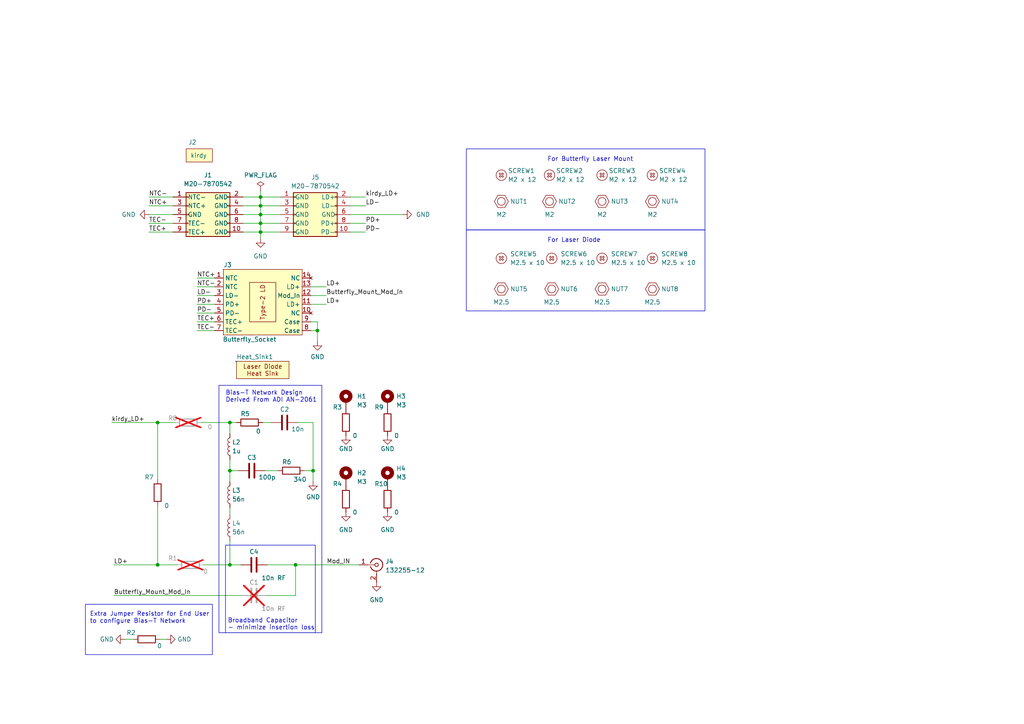
<source format=kicad_sch>
(kicad_sch (version 20230121) (generator eeschema)
  (paper "A4")
  (title_block (title "kirdy_adapter_type_2_LD") (date "2023-11-14") (rev "rev0_1") (company "M-Labs Limited"))
  (lib_symbols
    (symbol "Connector:Conn_Coaxial" (pin_names (offset 1.016) hide)
      (property "Reference" "J" (at 0.254 3.048 0))
      (property "Value" "Conn_Coaxial" (at 2.921 0 90))
      (symbol "Conn_Coaxial_0_1"
        (arc (start -1.778 -0.508) (mid 0.2311 -1.8066) (end 1.778 0) (stroke (width 0.254)))
        (polyline (pts (xy -2.54 0) (xy -0.508 0)))
        (polyline (pts (xy 0 -2.54) (xy 0 -1.778)))
        (circle (center 0 0) (radius 0.508) (stroke (width 0.2032)))
        (arc (start 1.778 0) (mid 0.2099 1.8101) (end -1.778 0.508) (stroke (width 0.254)))
      )
      (symbol "Conn_Coaxial_1_1"
        (pin passive line (at -5.08 0 0) (length 2.54) (name "In") (number "1"))
        (pin passive line (at 0 -5.08 90) (length 2.54) (name "Ext") (number "2"))
      )
    )
    (symbol "Device:C" (pin_numbers hide) (pin_names (offset 0.254))
      (property "Reference" "C" (at 0.635 2.54 0))
      (property "Value" "C" (at 0.635 -2.54 0))
      (symbol "C_0_1"
        (polyline (pts (xy -2.032 -0.762) (xy 2.032 -0.762)) (stroke (width 0.508)))
        (polyline (pts (xy -2.032 0.762) (xy 2.032 0.762)) (stroke (width 0.508)))
      )
      (symbol "C_1_1"
        (pin passive line (at 0 3.81 270) (length 2.794) (name "~") (number "1"))
        (pin passive line (at 0 -3.81 90) (length 2.794) (name "~") (number "2"))
      )
    )
    (symbol "Device:L" (pin_numbers hide) (pin_names (offset 1.016) hide)
      (property "Reference" "L" (at -1.27 0 90))
      (property "Value" "L" (at 1.905 0 90))
      (symbol "L_0_1"
        (arc (start 0 -2.54) (mid 0.6323 -1.905) (end 0 -1.27))
        (arc (start 0 -1.27) (mid 0.6323 -0.635) (end 0 0))
        (arc (start 0 0) (mid 0.6323 0.635) (end 0 1.27))
        (arc (start 0 1.27) (mid 0.6323 1.905) (end 0 2.54))
      )
      (symbol "L_1_1"
        (pin passive line (at 0 3.81 270) (length 1.27) (name "1") (number "1"))
        (pin passive line (at 0 -3.81 90) (length 1.27) (name "2") (number "2"))
      )
    )
    (symbol "Device:R" (pin_numbers hide) (pin_names (offset 0))
      (property "Reference" "R" (at 2.032 0 90))
      (property "Value" "R" (at 0 0 90))
      (symbol "R_0_1"
        (rectangle (start -1.016 -2.54) (end 1.016 2.54) (stroke (width 0.254)))
      )
      (symbol "R_1_1"
        (pin passive line (at 0 3.81 270) (length 1.27) (name "~") (number "1"))
        (pin passive line (at 0 -3.81 90) (length 1.27) (name "~") (number "2"))
      )
    )
    (symbol "Mechanical:MountingHole_Pad" (pin_numbers hide) (pin_names (offset 1.016) hide)
      (property "Reference" "H" (at 0 6.35 0))
      (property "Value" "MountingHole_Pad" (at 0 4.445 0))
      (symbol "MountingHole_Pad_0_1"
        (circle (center 0 1.27) (radius 1.27) (stroke (width 1.27)))
      )
      (symbol "MountingHole_Pad_1_1"
        (pin input line (at 0 -2.54 90) (length 2.54) (name "1") (number "1"))
      )
    )
    (symbol "kirdy_adapter:Copper_Plate_Heat_Sink"
      (property "Reference" "Heat_Sink" (at 4.826 1.27 0))
      (symbol "Copper_Plate_Heat_Sink_1_1"
        (rectangle (start 0 0) (end 15.24 -5.08) (fill (type background)))
        (text "Laser Diode\nHeat Sink" (at 7.62 -2.54 0) (effects (font (size 1.27 1.27))))
      )
    )
    (symbol "kirdy_adapter:Nut" (on_board no)
      (property "Reference" "NUT" (at 0.508 2.794 0))
      (symbol "Nut_0_1"
        (polyline (pts (xy -1.016 1.778) (xy 1.016 1.778) (xy 2.032 0) (xy 1.016 -1.778) (xy -1.016 -1.778) (xy -2.032 0) (xy -1.016 1.778)))
        (circle (center 0 0) (radius 1.1359))
      )
    )
    (symbol "kirdy_adapter:Screw" (on_board no)
      (property "Reference" "SCREW" (at 3.048 2.54 0))
      (symbol "Screw_0_1"
        (polyline (pts (xy -0.254 0) (xy -0.635 -0.381) (xy -0.381 -0.635) (xy 0 -0.254)))
        (polyline (pts (xy 0 -0.254) (xy 0.381 -0.635) (xy 0.635 -0.381) (xy 0.254 0)))
        (polyline (pts (xy 0 0.254) (xy -0.381 0.635) (xy -0.635 0.381) (xy -0.254 0)))
        (polyline (pts (xy 0.254 0) (xy 0.635 0.381) (xy 0.381 0.635) (xy 0 0.254)))
        (circle (center 0 0) (radius 1.524))
      )
    )
    (symbol "kirdy_adapter:butterfly_socket_type_2"
      (property "Reference" "J" (at 1.27 1.27 0))
      (property "Value" "Butterfly_Socket" (at 7.62 -20.32 0))
      (symbol "butterfly_socket_type_2_1_1"
        (rectangle (start 0 0) (end 22.86 -19.05) (fill (type background)))
        (rectangle (start 7.62 -3.81) (end 15.24 -15.24))
        (text "Type-2 LD" (at 11.43 -9.525 900) (effects (font (size 1.27 1.27))))
        (pin input line (at -2.54 -2.54 0) (length 2.54) (name "NTC") (number "1"))
        (pin no_connect line (at 25.4 -12.7 180) (length 2.54) (name "NC") (number "10"))
        (pin passive line (at 25.4 -10.16 180) (length 2.54) (name "LD+") (number "11"))
        (pin passive line (at 25.4 -7.62 180) (length 2.54) (name "Mod_In") (number "12"))
        (pin passive line (at 25.4 -5.08 180) (length 2.54) (name "LD+") (number "13"))
        (pin no_connect line (at 25.4 -2.54 180) (length 2.54) (name "NC") (number "14"))
        (pin input line (at -2.54 -5.08 0) (length 2.54) (name "NTC") (number "2"))
        (pin input line (at -2.54 -7.62 0) (length 2.54) (name "LD-") (number "3"))
        (pin input line (at -2.54 -10.16 0) (length 2.54) (name "PD+") (number "4"))
        (pin input line (at -2.54 -12.7 0) (length 2.54) (name "PD-") (number "5"))
        (pin passive line (at -2.54 -15.24 0) (length 2.54) (name "TEC+") (number "6"))
        (pin passive line (at -2.54 -17.78 0) (length 2.54) (name "TEC-") (number "7"))
        (pin passive line (at 25.4 -17.78 180) (length 2.54) (name "Case") (number "8"))
        (pin passive line (at 25.4 -15.24 180) (length 2.54) (name "Case") (number "9"))
      )
    )
    (symbol "kirdy_adapter:kirdy_3d_model"
      (property "Reference" "J" (at 1.27 1.27 0))
      (property "Value" "kirdy" (at 3.81 -1.905 0))
      (symbol "kirdy_3d_model_1_1"
        (rectangle (start 0 0) (end 7.62 -3.81) (fill (type background)))
      )
    )
    (symbol "kirdy_adapter:kirdy_socket_1"
      (property "Reference" "J" (at 5.08 2.54 0))
      (property "Value" "BG120-10-A-0-N-D" (at 10.16 -12.7 0))
      (symbol "kirdy_socket_1_1_1"
        (rectangle (start 3.81 -10.033) (end 4.445 -10.287) (stroke (width 0.1524)))
        (rectangle (start 3.81 -7.493) (end 4.445 -7.747) (stroke (width 0.1524)))
        (rectangle (start 3.81 -4.953) (end 4.445 -5.207) (stroke (width 0.1524)))
        (rectangle (start 3.81 -2.413) (end 4.445 -2.667) (stroke (width 0.1524)))
        (rectangle (start 3.81 0.127) (end 4.445 -0.127) (stroke (width 0.1524)))
        (rectangle (start 3.81 1.27) (end 16.51 -11.43) (stroke (width 0.254)) (fill (type background)))
        (rectangle (start 15.875 -10.033) (end 16.51 -10.287) (stroke (width 0.1524)))
        (rectangle (start 15.875 -7.493) (end 16.51 -7.747) (stroke (width 0.1524)))
        (rectangle (start 15.875 -4.953) (end 16.51 -5.207) (stroke (width 0.1524)))
        (rectangle (start 15.875 -2.413) (end 16.51 -2.667) (stroke (width 0.1524)))
        (rectangle (start 15.875 0.127) (end 16.51 -0.127) (stroke (width 0.1524)))
        (pin passive line (at 0 0 0) (length 3.81) (name "NTC-") (number "1"))
        (pin passive line (at 20.32 -10.16 180) (length 3.81) (name "GND") (number "10"))
        (pin passive line (at 20.32 0 180) (length 3.81) (name "GND") (number "2"))
        (pin passive line (at 0 -2.54 0) (length 3.81) (name "NTC+") (number "3"))
        (pin passive line (at 20.32 -2.54 180) (length 3.81) (name "GND") (number "4"))
        (pin passive line (at 0 -5.08 0) (length 3.81) (name "GND") (number "5"))
        (pin passive line (at 20.32 -5.08 180) (length 3.81) (name "GND") (number "6"))
        (pin passive line (at 0 -7.62 0) (length 3.81) (name "TEC-") (number "7"))
        (pin passive line (at 20.32 -7.62 180) (length 3.81) (name "GND") (number "8"))
        (pin passive line (at 0 -10.16 0) (length 3.81) (name "TEC+") (number "9"))
      )
    )
    (symbol "kirdy_adapter:kirdy_socket_2"
      (property "Reference" "J" (at 5.08 2.54 0))
      (property "Value" "BG120-10-A-0-N-D" (at 10.16 -12.7 0))
      (symbol "kirdy_socket_2_1_1"
        (rectangle (start 3.81 -10.033) (end 4.445 -10.287) (stroke (width 0.1524)))
        (rectangle (start 3.81 -7.493) (end 4.445 -7.747) (stroke (width 0.1524)))
        (rectangle (start 3.81 -4.953) (end 4.445 -5.207) (stroke (width 0.1524)))
        (rectangle (start 3.81 -2.413) (end 4.445 -2.667) (stroke (width 0.1524)))
        (rectangle (start 3.81 0.127) (end 4.445 -0.127) (stroke (width 0.1524)))
        (rectangle (start 3.81 1.27) (end 16.51 -11.43) (stroke (width 0.254)) (fill (type background)))
        (rectangle (start 15.875 -10.033) (end 16.51 -10.287) (stroke (width 0.1524)))
        (rectangle (start 15.875 -7.493) (end 16.51 -7.747) (stroke (width 0.1524)))
        (rectangle (start 15.875 -4.953) (end 16.51 -5.207) (stroke (width 0.1524)))
        (rectangle (start 15.875 -2.413) (end 16.51 -2.667) (stroke (width 0.1524)))
        (rectangle (start 15.875 0.127) (end 16.51 -0.127) (stroke (width 0.1524)))
        (pin passive line (at 0 0 0) (length 3.81) (name "GND") (number "1"))
        (pin passive line (at 20.32 -10.16 180) (length 3.81) (name "PD-") (number "10"))
        (pin passive line (at 20.32 0 180) (length 3.81) (name "LD+") (number "2"))
        (pin passive line (at 0 -2.54 0) (length 3.81) (name "GND") (number "3"))
        (pin passive line (at 20.32 -2.54 180) (length 3.81) (name "LD-") (number "4"))
        (pin passive line (at 0 -5.08 0) (length 3.81) (name "GND") (number "5"))
        (pin passive line (at 20.32 -5.08 180) (length 3.81) (name "GND") (number "6"))
        (pin passive line (at 0 -7.62 0) (length 3.81) (name "GND") (number "7"))
        (pin passive line (at 20.32 -7.62 180) (length 3.81) (name "PD+") (number "8"))
        (pin passive line (at 0 -10.16 0) (length 3.81) (name "GND") (number "9"))
      )
    )
    (symbol "power:GND" (power) (pin_names (offset 0))
      (property "Value" "GND" (at 0 -3.81 0))
      (symbol "GND_0_1"
        (polyline (pts (xy 0 0) (xy 0 -1.27) (xy 1.27 -1.27) (xy 0 -2.54) (xy -1.27 -1.27) (xy 0 -1.27)))
      )
      (symbol "GND_1_1"
        (pin power_in line (at 0 0 270) (length 0) hide (name "GND") (number "1"))
      )
    )
    (symbol "power:PWR_FLAG" (power) (pin_numbers hide) (pin_names (offset 0) hide)
      (property "Value" "PWR_FLAG" (at 0 3.81 0))
      (symbol "PWR_FLAG_0_0"
        (pin power_out line (at 0 0 90) (length 0) (name "pwr") (number "1"))
      )
      (symbol "PWR_FLAG_0_1"
        (polyline (pts (xy 0 0) (xy 0 1.27) (xy -1.016 1.905) (xy 0 2.54) (xy 1.016 1.905) (xy 0 1.27)))
      )
    )
  )
  (junction (at 45.72 163.83))
  (junction (at 75.565 59.69))
  (junction (at 75.565 62.23))
  (junction (at 66.675 122.555))
  (junction (at 85.725 163.83))
  (junction (at 66.675 163.83))
  (junction (at 66.675 136.525))
  (junction (at 75.565 57.15))
  (junction (at 45.72 122.555))
  (junction (at 75.565 67.31))
  (junction (at 75.565 64.77))
  (junction (at 90.805 136.525))
  (junction (at 92.075 95.885))
  (wire (pts (xy 57.15 90.805) (xy 62.23 90.805)))
  (wire (pts (xy 45.72 163.83) (xy 51.435 163.83)))
  (wire (pts (xy 57.15 95.885) (xy 62.23 95.885)))
  (wire (pts (xy 75.565 67.31) (xy 81.28 67.31)))
  (wire (pts (xy 66.675 136.525) (xy 66.675 139.7)))
  (wire (pts (xy 75.565 67.31) (xy 70.485 67.31)))
  (wire (pts (xy 75.565 59.69) (xy 75.565 62.23)))
  (wire (pts (xy 66.675 147.32) (xy 66.675 149.225)))
  (wire (pts (xy 92.075 95.885) (xy 92.075 99.06)))
  (wire (pts (xy 33.02 172.72) (xy 69.85 172.72)))
  (wire (pts (xy 43.18 59.69) (xy 50.165 59.69)))
  (wire (pts (xy 75.565 62.23) (xy 75.565 64.77)))
  (wire (pts (xy 57.15 85.725) (xy 62.23 85.725)))
  (wire (pts (xy 86.36 122.555) (xy 90.805 122.555)))
  (wire (pts (xy 94.615 88.265) (xy 90.17 88.265)))
  (wire (pts (xy 106.045 57.15) (xy 101.6 57.15)))
  (wire (pts (xy 92.075 93.345) (xy 90.17 93.345)))
  (wire (pts (xy 66.675 156.845) (xy 66.675 163.83)))
  (wire (pts (xy 45.72 122.555) (xy 50.8 122.555)))
  (wire (pts (xy 48.26 185.42) (xy 46.355 185.42)))
  (wire (pts (xy 57.15 80.645) (xy 62.23 80.645)))
  (wire (pts (xy 77.47 163.83) (xy 85.725 163.83)))
  (wire (pts (xy 66.675 163.83) (xy 69.85 163.83)))
  (wire (pts (xy 85.725 172.72) (xy 85.725 163.83)))
  (wire (pts (xy 45.72 139.065) (xy 45.72 122.555)))
  (wire (pts (xy 94.615 83.185) (xy 90.17 83.185)))
  (wire (pts (xy 76.2 122.555) (xy 78.74 122.555)))
  (wire (pts (xy 75.565 59.69) (xy 81.28 59.69)))
  (wire (pts (xy 75.565 57.15) (xy 81.28 57.15)))
  (wire (pts (xy 116.84 62.23) (xy 101.6 62.23)))
  (wire (pts (xy 75.565 57.15) (xy 75.565 59.69)))
  (wire (pts (xy 75.565 69.215) (xy 75.565 67.31)))
  (wire (pts (xy 92.075 93.345) (xy 92.075 95.885)))
  (wire (pts (xy 106.045 64.77) (xy 101.6 64.77)))
  (wire (pts (xy 88.265 136.525) (xy 90.805 136.525)))
  (wire (pts (xy 75.565 55.245) (xy 75.565 57.15)))
  (wire (pts (xy 70.485 62.23) (xy 75.565 62.23)))
  (wire (pts (xy 57.15 83.185) (xy 62.23 83.185)))
  (wire (pts (xy 85.725 163.83) (xy 104.14 163.83)))
  (wire (pts (xy 106.045 67.31) (xy 101.6 67.31)))
  (wire (pts (xy 36.195 185.42) (xy 38.735 185.42)))
  (wire (pts (xy 69.215 136.525) (xy 66.675 136.525)))
  (wire (pts (xy 43.18 64.77) (xy 50.165 64.77)))
  (wire (pts (xy 94.615 85.725) (xy 90.17 85.725)))
  (wire (pts (xy 32.385 122.555) (xy 45.72 122.555)))
  (wire (pts (xy 43.18 62.23) (xy 50.165 62.23)))
  (wire (pts (xy 106.045 59.69) (xy 101.6 59.69)))
  (wire (pts (xy 45.72 146.685) (xy 45.72 163.83)))
  (wire (pts (xy 90.805 136.525) (xy 90.805 139.7)))
  (wire (pts (xy 70.485 57.15) (xy 75.565 57.15)))
  (wire (pts (xy 77.47 172.72) (xy 85.725 172.72)))
  (wire (pts (xy 58.42 122.555) (xy 66.675 122.555)))
  (wire (pts (xy 92.075 95.885) (xy 90.17 95.885)))
  (wire (pts (xy 90.805 122.555) (xy 90.805 136.525)))
  (wire (pts (xy 76.835 136.525) (xy 80.645 136.525)))
  (wire (pts (xy 59.055 163.83) (xy 66.675 163.83)))
  (wire (pts (xy 50.165 57.15) (xy 43.18 57.15)))
  (wire (pts (xy 57.15 93.345) (xy 62.23 93.345)))
  (wire (pts (xy 70.485 64.77) (xy 75.565 64.77)))
  (wire (pts (xy 57.15 88.265) (xy 62.23 88.265)))
  (wire (pts (xy 66.675 122.555) (xy 68.58 122.555)))
  (wire (pts (xy 43.18 67.31) (xy 50.165 67.31)))
  (wire (pts (xy 75.565 64.77) (xy 81.28 64.77)))
  (wire (pts (xy 66.675 122.555) (xy 66.675 125.73)))
  (wire (pts (xy 33.02 163.83) (xy 45.72 163.83)))
  (wire (pts (xy 75.565 62.23) (xy 81.28 62.23)))
  (wire (pts (xy 66.675 133.35) (xy 66.675 136.525)))
  (wire (pts (xy 70.485 59.69) (xy 75.565 59.69)))
  (wire (pts (xy 75.565 64.77) (xy 75.565 67.31)))
  (rectangle (start 65.405 158.115) (end 91.44 183.515))
  (rectangle (start 135.255 43.18) (end 204.47 66.675))
  (rectangle (start 63.5 111.76) (end 93.345 183.515))
  (rectangle (start 135.255 66.675) (end 204.47 90.17))
  (rectangle (start 24.765 175.26) (end 61.595 189.865))
  (text "Bias-T Network Design\nDerived From ADI AN-2061" (at 65.405 116.84 0) (effects (font (size 1.27 1.27)) (justify left bottom)))
  (text "Broadband Capacitor\n- minimize insertion loss" (at 66.04 182.88 0) (effects (font (size 1.27 1.27)) (justify left bottom)))
  (text "For Butterfly Laser Mount" (at 158.75 46.99 0) (effects (font (size 1.27 1.27)) (justify left bottom)))
  (text "For Laser Diode" (at 158.75 70.485 0) (effects (font (size 1.27 1.27)) (justify left bottom)))
  (text "Extra Jumper Resistor for End User\nto configure Bias-T Network" (at 26.035 180.975 0) (effects (font (size 1.27 1.27)) (justify left bottom)))
  (label "LD-" (at 57.15 85.725 0))
  (label "TEC+" (at 43.18 67.31 0))
  (label "PD+" (at 106.045 64.77 0))
  (label "PD+" (at 57.15 88.265 0))
  (label "LD+" (at 94.615 88.265 0))
  (label "TEC-" (at 43.18 64.77 0))
  (label "kirdy_LD+" (at 32.385 122.555 0))
  (label "TEC+" (at 57.15 93.345 0))
  (label "Butterfly_Mount_Mod_In" (at 94.615 85.725 0))
  (label "Butterfly_Mount_Mod_In" (at 33.02 172.72 0))
  (label "LD+" (at 94.615 83.185 0))
  (label "NTC+" (at 43.18 59.69 0))
  (label "NTC-" (at 57.15 83.185 0))
  (label "Mod_IN" (at 101.6 163.83 180))
  (label "PD-" (at 106.045 67.31 0))
  (label "kirdy_LD+" (at 106.045 57.15 0))
  (label "NTC-" (at 43.18 57.15 0))
  (label "LD+" (at 33.02 163.83 0))
  (label "TEC-" (at 57.15 95.885 0))
  (label "PD-" (at 57.15 90.805 0))
  (label "LD-" (at 106.045 59.69 0))
  (label "NTC+" (at 57.15 80.645 0))
  (symbol (lib_id "kirdy_adapter:Nut") (at 159.385 58.42 0) (unit 1) (on_board no)
    (property "Reference" "NUT2" (at 161.925 58.42 0) (effects (justify left)))
    (property "Value" "M2" (at 159.385 62.23 0))
    (property "MFR_PN" "EMLA-S1W-BL1-M2" (effects hide))
    (property "MFR_PN_ALT" "1419445" (effects hide))
    (property "Comment" "https://jlcmc.com/product/s/E04/EMLA/hex-nut-standard-thin-thickened-coarse-fine-thread" (effects hide))
  )
  (symbol (lib_id "Device:C") (at 73.66 172.72 90) (unit 1) (dnp yes)
    (property "Reference" "C1" (at 73.66 168.91 90))
    (property "Value" "10n RF" (at 79.375 176.53 90))
    (property "Footprint" "Capacitor_SMD:C_0402_1005Metric" (effects hide))
    (property "MFR_PN" "560L104YTRB" (effects hide))
  )
  (symbol (lib_id "power:GND") (at 100.33 126.365 0) (unit 1)
    (property "Reference" "#PWR09" (effects hide))
    (property "Value" "GND" (at 100.33 130.175 0))
  )
  (symbol (lib_id "Device:R") (at 100.33 144.78 0) (unit 1)
    (property "Reference" "R4" (at 96.52 140.335 0) (effects (justify left)))
    (property "Value" "0" (at 102.235 148.59 0) (effects (justify left)))
    (property "Footprint" "Resistor_SMD:R_0805_2012Metric" (effects hide))
    (property "MFR_PN" "RCA08050000ZSEA" (effects hide))
  )
  (symbol (lib_id "power:GND") (at 92.075 99.06 0) (unit 1)
    (property "Reference" "#PWR04" (effects hide))
    (property "Value" "GND" (at 92.075 103.505 0))
  )
  (symbol (lib_id "kirdy_adapter:butterfly_socket_type_2") (at 64.77 78.105 0) (unit 1)
    (property "Reference" "J3" (at 66.04 76.835 0))
    (property "Value" "Butterfly_Socket" (at 72.39 98.425 0))
    (property "Footprint" "laserSocket:Butterfly_Socket" (effects hide))
    (property "Datasheet" "https://m.tb.cn/h.5QDXYK1?tk=wr4mW3e8DlQ" (effects hide))
    (property "MFR_PN" "https://m.tb.cn/h.5QDXYK1?tk=wr4mW3e8DlQ" (effects hide))
    (property "Comment" "Open on Mobile Version of Taobao. Communuicate with the vendor for customized part. if needed" (effects hide))
  )
  (symbol (lib_id "kirdy_adapter:Copper_Plate_Heat_Sink") (at 68.58 104.775 0) (unit 1)
    (property "Reference" "Heat_Sink1" (at 68.58 103.505 0) (effects (justify left)))
    (property "Value" "~" (at 68.58 104.775 0))
    (property "Footprint" "laserSocket:LD_Heat_Sink" (effects hide))
  )
  (symbol (lib_id "Device:R") (at 100.33 122.555 0) (unit 1)
    (property "Reference" "R3" (at 96.52 118.11 0) (effects (justify left)))
    (property "Value" "0" (at 102.235 126.365 0) (effects (justify left)))
    (property "Footprint" "Resistor_SMD:R_0805_2012Metric" (effects hide))
    (property "MFR_PN" "RCA08050000ZSEA" (effects hide))
  )
  (symbol (lib_id "kirdy_adapter:Nut") (at 189.23 83.82 0) (unit 1) (on_board no)
    (property "Reference" "NUT8" (at 191.77 83.82 0) (effects (justify left)))
    (property "Value" "M2.5" (at 189.23 87.63 0))
    (property "MFR_PN" "EMLA-S1W-BL1-M2.5" (effects hide))
    (property "MFR_PN_ALT" "1420787" (effects hide))
    (property "Comment" "https://jlcmc.com/product/s/E04/EMLA/hex-nut-standard-thin-thickened-coarse-fine-thread" (effects hide))
  )
  (symbol (lib_id "kirdy_adapter:Screw") (at 174.625 50.8 0) (unit 1) (on_board no)
    (property "Reference" "SCREW3" (at 176.53 49.53 0) (effects (justify left)))
    (property "Value" "M2 x 12" (at 176.53 52.07 0) (effects (justify left)))
    (property "MFR_PN" "EDLV-M2-L12" (effects hide))
    (property "MFR_PN_ALT" "1420387" (effects hide))
    (property "Comment" "https://jlcmc.com/product/s/E02/EDLV/cross-recessed-large-flat-head-screw" (effects hide))
  )
  (symbol (lib_id "kirdy_adapter:Nut") (at 160.02 83.82 0) (unit 1) (on_board no)
    (property "Reference" "NUT6" (at 162.56 83.82 0) (effects (justify left)))
    (property "Value" "M2.5" (at 160.02 87.63 0))
    (property "MFR_PN" "EMLA-S1W-BL1-M2.5" (effects hide))
    (property "MFR_PN_ALT" "1420787" (effects hide))
    (property "Comment" "https://jlcmc.com/product/s/E04/EMLA/hex-nut-standard-thin-thickened-coarse-fine-thread" (effects hide))
  )
  (symbol (lib_id "power:GND") (at 112.395 126.365 0) (unit 1)
    (property "Reference" "#PWR011" (effects hide))
    (property "Value" "GND" (at 112.395 130.175 0))
  )
  (symbol (lib_id "kirdy_adapter:Screw") (at 174.625 74.93 0) (unit 1) (on_board no)
    (property "Reference" "SCREW7" (at 177.165 73.66 0) (effects (justify left)))
    (property "Value" "M2.5 x 10" (at 177.165 76.2 0) (effects (justify left)))
    (property "MFR_PN" "EDLV-M2.5-L10" (effects hide))
    (property "MFR_PN_ALT" "2770695" (effects hide))
    (property "Comment" "https://jlcmc.com/product/s/E02/EDLV/cross-recessed-large-flat-head-screw" (effects hide))
  )
  (symbol (lib_id "kirdy_adapter:kirdy_3d_model") (at 53.975 43.18 0) (unit 1)
    (property "Reference" "J2" (at 54.61 41.275 0) (effects (justify left)))
    (property "Value" "kirdy" (at 55.245 45.085 0) (effects (justify left)))
    (property "Footprint" "laserSocket:kirdy_socket" (effects hide))
    (property "MFR_PN" "kirdy" (effects hide))
  )
  (symbol (lib_id "Device:R") (at 54.61 122.555 90) (unit 1) (dnp yes)
    (property "Reference" "R8" (at 51.435 121.285 90) (effects (justify left)))
    (property "Value" "0" (at 61.595 123.825 90) (effects (justify left)))
    (property "Footprint" "Resistor_SMD:R_0805_2012Metric" (effects hide))
    (property "MFR_PN" "RCA08050000ZSEA" (effects hide))
  )
  (symbol (lib_id "kirdy_adapter:Nut") (at 174.625 83.82 0) (unit 1) (on_board no)
    (property "Reference" "NUT7" (at 177.165 83.82 0) (effects (justify left)))
    (property "Value" "M2.5" (at 174.625 87.63 0))
    (property "MFR_PN" "EMLA-S1W-BL1-M2.5" (effects hide))
    (property "MFR_PN_ALT" "1420787" (effects hide))
    (property "Comment" "https://jlcmc.com/product/s/E04/EMLA/hex-nut-standard-thin-thickened-coarse-fine-thread" (effects hide))
  )
  (symbol (lib_id "kirdy_adapter:Nut") (at 145.415 83.82 0) (unit 1) (on_board no)
    (property "Reference" "NUT5" (at 147.955 83.82 0) (effects (justify left)))
    (property "Value" "M2.5" (at 145.415 87.63 0))
    (property "MFR_PN" "EMLA-S1W-BL1-M2.5" (effects hide))
    (property "MFR_PN_ALT" "1420787" (effects hide))
    (property "Comment" "https://jlcmc.com/product/s/E04/EMLA/hex-nut-standard-thin-thickened-coarse-fine-thread" (effects hide))
  )
  (symbol (lib_id "Mechanical:MountingHole_Pad") (at 112.395 138.43 0) (unit 1) (in_bom no)
    (property "Reference" "H4" (at 114.935 135.89 0) (effects (justify left)))
    (property "Value" "M3" (at 114.935 138.43 0) (effects (justify left)))
    (property "Footprint" "laserSocket:78614110360_Receptacle" (effects hide))
  )
  (symbol (lib_id "kirdy_adapter:kirdy_socket_1") (at 50.165 57.15 0) (unit 1)
    (property "Reference" "J1" (at 60.325 50.8 0))
    (property "Value" "M20-7870542" (at 60.325 53.34 0))
    (property "Footprint" "laserSocket:M20-7870542" (effects hide))
    (property "MFR_PN" "M20-7870542" (effects hide))
  )
  (symbol (lib_id "Device:C") (at 82.55 122.555 90) (unit 1)
    (property "Reference" "C2" (at 82.55 118.745 90))
    (property "Value" "10n" (at 86.36 124.46 90))
    (property "Footprint" "Capacitor_SMD:C_0402_1005Metric" (effects hide))
    (property "MFR_PN" "C1005X7S2A103K050BB" (effects hide))
  )
  (symbol (lib_id "Mechanical:MountingHole_Pad") (at 100.33 116.205 0) (unit 1) (in_bom no)
    (property "Reference" "H1" (at 103.505 114.935 0) (effects (justify left)))
    (property "Value" "M3" (at 103.505 117.475 0) (effects (justify left)))
    (property "Footprint" "laserSocket:78614110360_Receptacle" (effects hide))
  )
  (symbol (lib_id "Mechanical:MountingHole_Pad") (at 112.395 116.205 0) (unit 1) (in_bom no)
    (property "Reference" "H3" (at 114.935 114.935 0) (effects (justify left)))
    (property "Value" "M3" (at 114.935 117.475 0) (effects (justify left)))
    (property "Footprint" "laserSocket:78614110360_Receptacle" (effects hide))
  )
  (symbol (lib_id "Device:R") (at 112.395 144.78 0) (unit 1)
    (property "Reference" "R10" (at 108.585 140.335 0) (effects (justify left)))
    (property "Value" "0" (at 114.3 148.59 0) (effects (justify left)))
    (property "Footprint" "Resistor_SMD:R_0805_2012Metric" (effects hide))
    (property "MFR_PN" "RCA08050000ZSEA" (effects hide))
  )
  (symbol (lib_id "power:GND") (at 116.84 62.23 90) (unit 1)
    (property "Reference" "#PWR05" (effects hide))
    (property "Value" "GND" (at 120.65 62.23 90) (effects (justify right)))
  )
  (symbol (lib_id "Device:L") (at 66.675 143.51 180) (unit 1)
    (property "Reference" "L3" (at 67.31 142.24 0) (effects (justify right)))
    (property "Value" "56n" (at 67.31 144.78 0) (effects (justify right)))
    (property "Footprint" "Inductor_SMD:L_0402_1005Metric" (effects hide))
    (property "MFR_PN" "0402DF-560XJRW" (effects hide))
  )
  (symbol (lib_id "kirdy_adapter:Nut") (at 189.23 58.42 0) (unit 1) (on_board no)
    (property "Reference" "NUT4" (at 191.77 58.42 0) (effects (justify left)))
    (property "Value" "M2" (at 189.23 62.23 0))
    (property "MFR_PN" "EMLA-S1W-BL1-M2" (effects hide))
    (property "MFR_PN_ALT" "1419445" (effects hide))
    (property "Comment" "https://jlcmc.com/product/s/E04/EMLA/hex-nut-standard-thin-thickened-coarse-fine-thread" (effects hide))
  )
  (symbol (lib_id "Mechanical:MountingHole_Pad") (at 100.33 138.43 0) (unit 1) (in_bom no)
    (property "Reference" "H2" (at 103.505 137.16 0) (effects (justify left)))
    (property "Value" "M3" (at 103.505 139.7 0) (effects (justify left)))
    (property "Footprint" "laserSocket:78614110360_Receptacle" (effects hide))
  )
  (symbol (lib_id "Device:L") (at 66.675 153.035 180) (unit 1)
    (property "Reference" "L4" (at 67.31 151.765 0) (effects (justify right)))
    (property "Value" "56n" (at 67.31 154.305 0) (effects (justify right)))
    (property "Footprint" "Inductor_SMD:L_0402_1005Metric" (effects hide))
    (property "MFR_PN" "0402DF-560XJRW" (effects hide))
  )
  (symbol (lib_id "kirdy_adapter:Screw") (at 159.385 50.8 0) (unit 1) (on_board no)
    (property "Reference" "SCREW2" (at 161.29 49.53 0) (effects (justify left)))
    (property "Value" "M2 x 12" (at 161.29 52.07 0) (effects (justify left)))
    (property "MFR_PN" "EDLV-M2-L12" (effects hide))
    (property "MFR_PN_ALT" "1420387" (effects hide))
    (property "Comment" "https://jlcmc.com/product/s/E02/EDLV/cross-recessed-large-flat-head-screw" (effects hide))
  )
  (symbol (lib_id "power:GND") (at 36.195 185.42 270) (unit 1)
    (property "Reference" "#PWR07" (effects hide))
    (property "Value" "GND" (at 33.02 185.42 90) (effects (justify right)))
  )
  (symbol (lib_id "kirdy_adapter:Nut") (at 174.625 58.42 0) (unit 1) (on_board no)
    (property "Reference" "NUT3" (at 177.165 58.42 0) (effects (justify left)))
    (property "Value" "M2" (at 174.625 62.23 0))
    (property "MFR_PN" "EMLA-S1W-BL1-M2" (effects hide))
    (property "MFR_PN_ALT" "1419445" (effects hide))
    (property "Comment" "https://jlcmc.com/product/s/E04/EMLA/hex-nut-standard-thin-thickened-coarse-fine-thread" (effects hide))
  )
  (symbol (lib_id "kirdy_adapter:kirdy_socket_2") (at 81.28 57.15 0) (unit 1)
    (property "Reference" "J5" (at 91.44 51.435 0))
    (property "Value" "M20-7870542" (at 91.44 53.975 0))
    (property "Footprint" "laserSocket:M20-7870542" (effects hide))
    (property "MFR_PN" "M20-7870542" (effects hide))
  )
  (symbol (lib_id "Device:R") (at 84.455 136.525 90) (unit 1)
    (property "Reference" "R6" (at 83.185 133.985 90))
    (property "Value" "340" (at 86.995 139.065 90))
    (property "Footprint" "Resistor_SMD:R_0402_1005Metric" (effects hide))
    (property "MFR_PN" "ERA-2AEB3400X " (effects hide))
  )
  (symbol (lib_id "power:GND") (at 75.565 69.215 0) (unit 1)
    (property "Reference" "#PWR03" (effects hide))
    (property "Value" "GND" (at 75.565 74.295 0))
  )
  (symbol (lib_id "Device:R") (at 72.39 122.555 90) (unit 1)
    (property "Reference" "R5" (at 71.12 120.015 90))
    (property "Value" "0" (at 74.93 125.095 90))
    (property "Footprint" "Resistor_SMD:R_0402_1005Metric" (effects hide))
    (property "MFR_PN" "ERJ-2GE0R00X " (effects hide))
  )
  (symbol (lib_id "Device:C") (at 73.025 136.525 90) (unit 1)
    (property "Reference" "C3" (at 73.025 132.715 90))
    (property "Value" "100p" (at 77.47 138.43 90))
    (property "Footprint" "Capacitor_SMD:C_0402_1005Metric" (effects hide))
    (property "MFR_PN" "CC0402JRNPO9BN101" (effects hide))
  )
  (symbol (lib_id "power:GND") (at 109.22 168.91 0) (unit 1)
    (property "Reference" "#PWR02" (effects hide))
    (property "Value" "GND" (at 109.22 173.99 0))
  )
  (symbol (lib_id "power:GND") (at 90.805 139.7 0) (unit 1)
    (property "Reference" "#PWR06" (effects hide))
    (property "Value" "GND" (at 90.805 144.145 0))
  )
  (symbol (lib_id "Device:R") (at 55.245 163.83 90) (unit 1) (dnp yes)
    (property "Reference" "R1" (at 51.435 161.925 90) (effects (justify left)))
    (property "Value" "0" (at 60.325 165.735 90) (effects (justify left)))
    (property "Footprint" "Resistor_SMD:R_0805_2012Metric" (effects hide))
    (property "MFR_PN" "RCA08050000ZSEA" (effects hide))
  )
  (symbol (lib_id "power:GND") (at 43.18 62.23 270) (unit 1)
    (property "Reference" "#PWR01" (effects hide))
    (property "Value" "GND" (at 39.37 62.23 90) (effects (justify right)))
  )
  (symbol (lib_id "Device:R") (at 45.72 142.875 0) (unit 1)
    (property "Reference" "R7" (at 41.91 138.43 0) (effects (justify left)))
    (property "Value" "0" (at 47.625 146.685 0) (effects (justify left)))
    (property "Footprint" "Resistor_SMD:R_0805_2012Metric" (effects hide))
    (property "MFR_PN" "RCA08050000ZSEA" (effects hide))
  )
  (symbol (lib_id "kirdy_adapter:Screw") (at 145.415 74.93 0) (unit 1) (on_board no)
    (property "Reference" "SCREW5" (at 147.955 73.66 0) (effects (justify left)))
    (property "Value" "M2.5 x 10" (at 147.955 76.2 0) (effects (justify left)))
    (property "MFR_PN" "EDLV-M2.5-L10" (effects hide))
    (property "MFR_PN_ALT" "2770695" (effects hide))
    (property "Comment" "https://jlcmc.com/product/s/E02/EDLV/cross-recessed-large-flat-head-screw" (effects hide))
  )
  (symbol (lib_id "Device:L") (at 66.675 129.54 180) (unit 1)
    (property "Reference" "L2" (at 67.31 128.27 0) (effects (justify right)))
    (property "Value" "1u" (at 67.31 130.81 0) (effects (justify right)))
    (property "Footprint" "Inductor_SMD:L_0805_2012Metric" (effects hide))
    (property "MFR_PN" "0805LS-102XJRC" (effects hide))
  )
  (symbol (lib_id "power:GND") (at 100.33 148.59 0) (unit 1)
    (property "Reference" "#PWR010" (effects hide))
    (property "Value" "GND" (at 100.33 153.67 0))
  )
  (symbol (lib_id "Device:C") (at 73.66 163.83 90) (unit 1)
    (property "Reference" "C4" (at 73.66 160.02 90))
    (property "Value" "10n RF" (at 79.375 167.64 90))
    (property "Footprint" "Capacitor_SMD:C_0402_1005Metric" (effects hide))
    (property "MFR_PN" "520L103KT16T" (effects hide))
  )
  (symbol (lib_id "Device:R") (at 42.545 185.42 90) (unit 1)
    (property "Reference" "R2" (at 39.37 183.515 90) (effects (justify left)))
    (property "Value" "0" (at 46.99 187.325 90) (effects (justify left)))
    (property "Footprint" "Resistor_SMD:R_0805_2012Metric" (effects hide))
    (property "MFR_PN" "RCA08050000ZSEA" (effects hide))
  )
  (symbol (lib_id "kirdy_adapter:Nut") (at 145.415 58.42 0) (unit 1) (on_board no)
    (property "Reference" "NUT1" (at 147.955 58.42 0) (effects (justify left)))
    (property "Value" "M2" (at 145.415 62.23 0))
    (property "MFR_PN" "EMLA-S1W-BL1-M2" (effects hide))
    (property "MFR_PN_ALT" "1419445" (effects hide))
    (property "Comment" "https://jlcmc.com/product/s/E04/EMLA/hex-nut-standard-thin-thickened-coarse-fine-thread" (effects hide))
  )
  (symbol (lib_id "power:GND") (at 48.26 185.42 90) (unit 1)
    (property "Reference" "#PWR08" (effects hide))
    (property "Value" "GND" (at 51.435 185.42 90) (effects (justify right)))
  )
  (symbol (lib_id "kirdy_adapter:Screw") (at 145.415 50.8 0) (unit 1) (on_board no)
    (property "Reference" "SCREW1" (at 147.32 49.53 0) (effects (justify left)))
    (property "Value" "M2 x 12" (at 147.32 52.07 0) (effects (justify left)))
    (property "MFR_PN" "EDLV-M2-L12" (effects hide))
    (property "MFR_PN_ALT" "1420387" (effects hide))
    (property "Comment" "https://jlcmc.com/product/s/E02/EDLV/cross-recessed-large-flat-head-screw" (effects hide))
  )
  (symbol (lib_id "power:PWR_FLAG") (at 75.565 55.245 0) (unit 1)
    (property "Reference" "#FLG01" (effects hide))
    (property "Value" "PWR_FLAG" (at 75.565 50.8 0))
  )
  (symbol (lib_id "power:GND") (at 112.395 148.59 0) (unit 1)
    (property "Reference" "#PWR012" (effects hide))
    (property "Value" "GND" (at 112.395 153.67 0))
  )
  (symbol (lib_id "Connector:Conn_Coaxial") (at 109.22 163.83 0) (unit 1)
    (property "Reference" "J4" (at 111.76 162.8531 0) (effects (justify left)))
    (property "Value" "132255-12" (at 111.76 165.3931 0) (effects (justify left)))
    (property "Footprint" "Connector_Coaxial:SMA_Amphenol_132289_EdgeMount" (effects hide))
    (property "Datasheet" " ~" (effects hide))
    (property "MFR_PN" "132255-12" (effects hide))
  )
  (symbol (lib_id "kirdy_adapter:Screw") (at 160.02 74.93 0) (unit 1) (on_board no)
    (property "Reference" "SCREW6" (at 162.56 73.66 0) (effects (justify left)))
    (property "Value" "M2.5 x 10" (at 162.56 76.2 0) (effects (justify left)))
    (property "MFR_PN" "EDLV-M2.5-L10" (effects hide))
    (property "MFR_PN_ALT" "2770695" (effects hide))
    (property "Comment" "https://jlcmc.com/product/s/E02/EDLV/cross-recessed-large-flat-head-screw" (effects hide))
  )
  (symbol (lib_id "kirdy_adapter:Screw") (at 189.23 74.93 0) (unit 1) (on_board no)
    (property "Reference" "SCREW8" (at 191.77 73.66 0) (effects (justify left)))
    (property "Value" "M2.5 x 10" (at 191.77 76.2 0) (effects (justify left)))
    (property "MFR_PN" "EDLV-M2.5-L10" (effects hide))
    (property "MFR_PN_ALT" "2770695" (effects hide))
    (property "Comment" "https://jlcmc.com/product/s/E02/EDLV/cross-recessed-large-flat-head-screw" (effects hide))
  )
  (symbol (lib_id "kirdy_adapter:Screw") (at 189.23 50.8 0) (unit 1) (on_board no)
    (property "Reference" "SCREW4" (at 191.135 49.53 0) (effects (justify left)))
    (property "Value" "M2 x 12" (at 191.135 52.07 0) (effects (justify left)))
    (property "MFR_PN" "EDLV-M2-L12" (effects hide))
    (property "MFR_PN_ALT" "1420387" (effects hide))
    (property "Comment" "https://jlcmc.com/product/s/E02/EDLV/cross-recessed-large-flat-head-screw" (effects hide))
  )
  (symbol (lib_id "Device:R") (at 112.395 122.555 0) (unit 1)
    (property "Reference" "R9" (at 108.585 118.11 0) (effects (justify left)))
    (property "Value" "0" (at 114.3 126.365 0) (effects (justify left)))
    (property "Footprint" "Resistor_SMD:R_0805_2012Metric" (effects hide))
    (property "MFR_PN" "RCA08050000ZSEA" (effects hide))
  )
)
</source>
